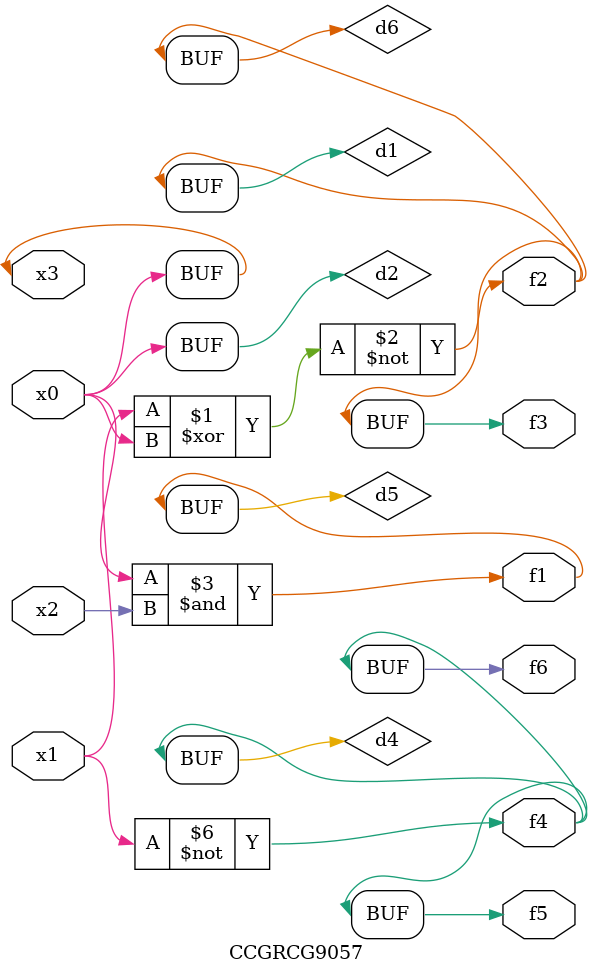
<source format=v>
module CCGRCG9057(
	input x0, x1, x2, x3,
	output f1, f2, f3, f4, f5, f6
);

	wire d1, d2, d3, d4, d5, d6;

	xnor (d1, x1, x3);
	buf (d2, x0, x3);
	nand (d3, x0, x2);
	not (d4, x1);
	nand (d5, d3);
	or (d6, d1);
	assign f1 = d5;
	assign f2 = d6;
	assign f3 = d6;
	assign f4 = d4;
	assign f5 = d4;
	assign f6 = d4;
endmodule

</source>
